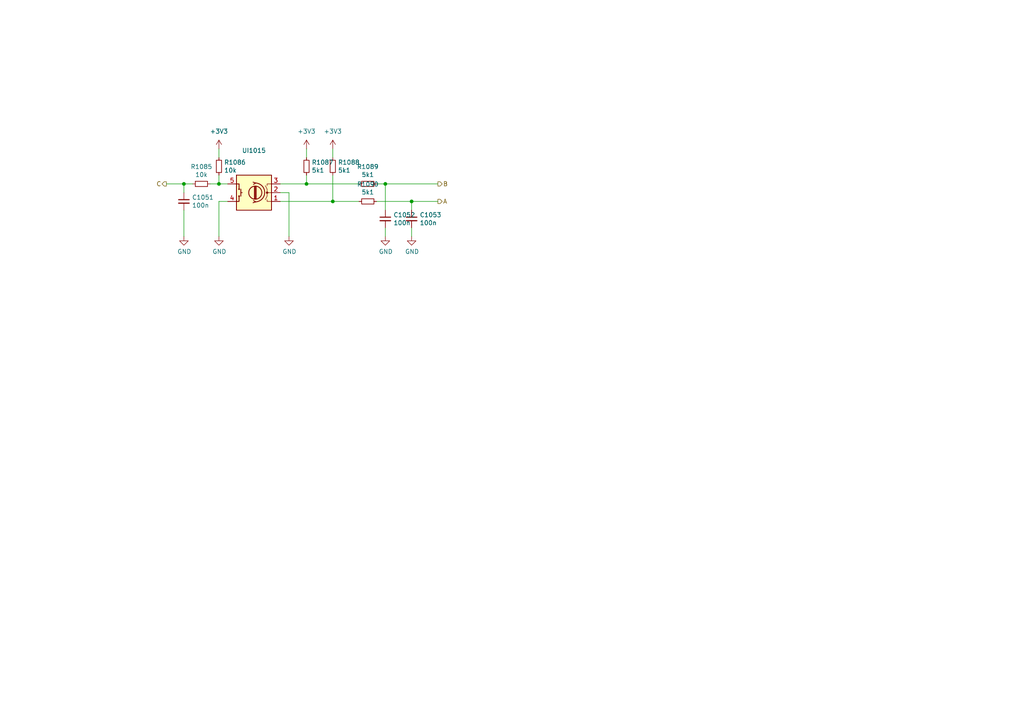
<source format=kicad_sch>
(kicad_sch (version 20231120) (generator "eeschema") (generator_version "8.0")
  (paper "A4")
  (lib_symbols
    (symbol "power:+3V3" (power) (pin_names (offset 0))
      (property "Value" "+3V3" (at 0 3.556 0))
      (symbol "+3V3_0_1"
        (polyline (pts (xy -0.762 1.27) (xy 0 2.54)))
        (polyline (pts (xy 0 0) (xy 0 2.54)))
        (polyline (pts (xy 0 2.54) (xy 0.762 1.27)))
      )
      (symbol "+3V3_1_1"
        (pin power_in line (at 0 0 90) (length 0) hide (name "+3V3") (number "1"))
      )
    )
    (symbol "power:GND" (power) (pin_names (offset 0))
      (property "Value" "GND" (at 0 -3.81 0))
      (symbol "GND_0_1"
        (polyline (pts (xy 0 0) (xy 0 -1.27) (xy 1.27 -1.27) (xy 0 -2.54) (xy -1.27 -1.27) (xy 0 -1.27)))
      )
      (symbol "GND_1_1"
        (pin power_in line (at 0 0 270) (length 0) hide (name "GND") (number "1"))
      )
    )
    (symbol "suku_basics:CAP" (pin_numbers hide) (pin_names (offset 0.254) hide)
      (property "Reference" "C" (at 0.254 1.778 0))
      (property "Value" "CAP" (at 0.254 -2.032 0))
      (symbol "CAP_0_1"
        (polyline (pts (xy -1.524 -0.508) (xy 1.524 -0.508)) (stroke (width 0.3302)))
        (polyline (pts (xy -1.524 0.508) (xy 1.524 0.508)) (stroke (width 0.3048)))
      )
      (symbol "CAP_1_1"
        (pin passive line (at 0 2.54 270) (length 2.032) (name "~") (number "1"))
        (pin passive line (at 0 -2.54 90) (length 2.032) (name "~") (number "2"))
      )
    )
    (symbol "suku_basics:RES" (pin_numbers hide) (pin_names (offset 0.254) hide)
      (property "Reference" "R" (at 0.762 0.508 0))
      (property "Value" "RES" (at 0.762 -1.016 0))
      (symbol "RES_1_1"
        (rectangle (start -0.762 1.778) (end 0.762 -1.778) (stroke (width 0.2032)))
        (pin passive line (at 0 2.54 270) (length 0.762) (name "~") (number "1"))
        (pin passive line (at 0 -2.54 90) (length 0.762) (name "~") (number "2"))
      )
    )
    (symbol "suku_basics:UI_Rotary_Encoder_Switch" (pin_names (offset 0.254) hide)
      (property "Reference" "UI" (at 0 6.604 0))
      (property "Value" "UI_Rotary_Encoder_Switch" (at 0 -6.604 0))
      (symbol "UI_Rotary_Encoder_Switch_0_1"
        (rectangle (start -5.08 5.08) (end 5.08 -5.08) (stroke (width 0.254)) (fill (type background)))
        (circle (center -3.81 0) (radius 0.254) (fill (type outline)))
        (circle (center -0.381 0) (radius 1.905) (stroke (width 0.254)))
        (arc (start -0.381 2.667) (mid -3.0988 -0.0635) (end -0.381 -2.794) (stroke (width 0.254)))
        (polyline (pts (xy -0.635 -1.778) (xy -0.635 1.778)) (stroke (width 0.254)))
        (polyline (pts (xy -0.381 -1.778) (xy -0.381 1.778)) (stroke (width 0.254)))
        (polyline (pts (xy -0.127 1.778) (xy -0.127 -1.778)) (stroke (width 0.254)))
        (polyline (pts (xy 3.81 0) (xy 3.429 0)) (stroke (width 0.254)))
        (polyline (pts (xy 3.81 1.016) (xy 3.81 -1.016)) (stroke (width 0.254)))
        (polyline (pts (xy -5.08 -2.54) (xy -3.81 -2.54) (xy -3.81 -2.032)))
        (polyline (pts (xy -5.08 2.54) (xy -3.81 2.54) (xy -3.81 2.032)))
        (polyline (pts (xy 0.254 -3.048) (xy -0.508 -2.794) (xy 0.127 -2.413)) (stroke (width 0.254)))
        (polyline (pts (xy 0.254 2.921) (xy -0.508 2.667) (xy 0.127 2.286)) (stroke (width 0.254)))
        (polyline (pts (xy 5.08 -2.54) (xy 4.318 -2.54) (xy 4.318 -1.016)) (stroke (width 0.254)))
        (polyline (pts (xy 5.08 2.54) (xy 4.318 2.54) (xy 4.318 1.016)) (stroke (width 0.254)))
        (polyline (pts (xy -5.08 0) (xy -3.81 0) (xy -3.81 -1.016) (xy -3.302 -2.032)))
        (polyline (pts (xy -4.318 0) (xy -3.81 0) (xy -3.81 1.016) (xy -3.302 2.032)))
        (circle (center 4.318 -1.016) (radius 0.127) (stroke (width 0.254)))
        (circle (center 4.318 1.016) (radius 0.127) (stroke (width 0.254)))
      )
      (symbol "UI_Rotary_Encoder_Switch_1_1"
        (pin passive line (at -7.62 2.54 0) (length 2.54) (name "1") (number "1"))
        (pin passive line (at -7.62 0 0) (length 2.54) (name "2") (number "2"))
        (pin passive line (at -7.62 -2.54 0) (length 2.54) (name "3") (number "3"))
        (pin passive line (at 7.62 2.54 180) (length 2.54) (name "4") (number "4"))
        (pin passive line (at 7.62 -2.54 180) (length 2.54) (name "5") (number "5"))
        (pin no_connect line (at 0 -7.62 90) (length 2.54) hide (name "6") (number "6"))
        (pin no_connect line (at 0 7.62 270) (length 2.54) hide (name "7") (number "7"))
      )
    )
  )
  (junction (at 63.5 53.34))
  (junction (at 96.52 58.42))
  (junction (at 53.34 53.34))
  (junction (at 88.9 53.34))
  (junction (at 119.38 58.42))
  (junction (at 111.76 53.34))
  (wire (pts (xy 96.52 43.18) (xy 96.52 45.72)))
  (wire (pts (xy 63.5 58.42) (xy 66.04 58.42)))
  (wire (pts (xy 111.76 53.34) (xy 109.22 53.34)))
  (wire (pts (xy 63.5 68.58) (xy 63.5 58.42)))
  (wire (pts (xy 119.38 58.42) (xy 127 58.42)))
  (wire (pts (xy 111.76 68.58) (xy 111.76 66.04)))
  (wire (pts (xy 81.28 58.42) (xy 96.52 58.42)))
  (wire (pts (xy 53.34 53.34) (xy 55.88 53.34)))
  (wire (pts (xy 119.38 60.96) (xy 119.38 58.42)))
  (wire (pts (xy 111.76 60.96) (xy 111.76 53.34)))
  (wire (pts (xy 83.82 55.88) (xy 81.28 55.88)))
  (wire (pts (xy 53.34 68.58) (xy 53.34 60.96)))
  (wire (pts (xy 119.38 58.42) (xy 109.22 58.42)))
  (wire (pts (xy 88.9 50.8) (xy 88.9 53.34)))
  (wire (pts (xy 96.52 50.8) (xy 96.52 58.42)))
  (wire (pts (xy 88.9 53.34) (xy 104.14 53.34)))
  (wire (pts (xy 88.9 43.18) (xy 88.9 45.72)))
  (wire (pts (xy 81.28 53.34) (xy 88.9 53.34)))
  (wire (pts (xy 63.5 53.34) (xy 66.04 53.34)))
  (wire (pts (xy 111.76 53.34) (xy 127 53.34)))
  (wire (pts (xy 83.82 68.58) (xy 83.82 55.88)))
  (wire (pts (xy 96.52 58.42) (xy 104.14 58.42)))
  (wire (pts (xy 119.38 68.58) (xy 119.38 66.04)))
  (wire (pts (xy 60.96 53.34) (xy 63.5 53.34)))
  (wire (pts (xy 53.34 55.88) (xy 53.34 53.34)))
  (wire (pts (xy 48.26 53.34) (xy 53.34 53.34)))
  (wire (pts (xy 63.5 43.18) (xy 63.5 45.72)))
  (wire (pts (xy 63.5 50.8) (xy 63.5 53.34)))
  (hierarchical_label "A" (shape output) (at 127 58.42 0))
  (hierarchical_label "C" (shape output) (at 48.26 53.34 180))
  (hierarchical_label "B" (shape output) (at 127 53.34 0))
  (symbol (lib_id "power:GND") (at 83.82 68.58 0) (unit 1)
    (property "Reference" "#PWR01156" (effects (hide yes)))
    (property "Value" "GND" (at 83.947 72.9742 0))
    (instances (project "PCBA-EN16" (path "" (reference "#PWR01156") (unit 1)) (path "" (reference "#PWR01020") (unit 1)) (path "" (reference "#PWR01044") (unit 1)) (path "" (reference "#PWR01108") (unit 1)) (path "" (reference "#PWR01004") (unit 1)) (path "" (reference "#PWR01164") (unit 1)) (path "" (reference "#PWR01132") (unit 1)) (path "" (reference "#PWR01012") (unit 1)) (path "" (reference "#PWR01028") (unit 1)) (path "" (reference "#PWR01124") (unit 1)) (path "" (reference "#PWR01116") (unit 1)) (path "" (reference "#PWR01140") (unit 1)) (path "" (reference "#PWR01036") (unit 1)) (path "" (reference "#PWR01100") (unit 1)) (path "" (reference "#PWR01148") (unit 1)) (path "" (reference "#PWR01092") (unit 1))))
  )
  (symbol (lib_id "suku_basics:RES") (at 106.68 53.34 270) (unit 1)
    (property "Reference" "R1089" (at 106.68 48.3616 90))
    (property "Value" "5k1" (at 106.68 50.673 90))
    (property "Footprint" "suku_basics:RES_0402" (effects (hide yes)))
    (instances (project "PCBA-EN16" (path "" (reference "R1089") (unit 1)) (path "" (reference "R1017") (unit 1)) (path "" (reference "R1035") (unit 1)) (path "" (reference "R1053") (unit 1)) (path "" (reference "R1005") (unit 1)) (path "" (reference "R1095") (unit 1)) (path "" (reference "R1071") (unit 1)) (path "" (reference "R1011") (unit 1)) (path "" (reference "R1023") (unit 1)) (path "" (reference "R1065") (unit 1)) (path "" (reference "R1059") (unit 1)) (path "" (reference "R1077") (unit 1)) (path "" (reference "R1029") (unit 1)) (path "" (reference "R1047") (unit 1)) (path "" (reference "R1083") (unit 1)) (path "" (reference "R1041") (unit 1))))
  )
  (symbol (lib_id "suku_basics:RES") (at 88.9 48.26 0) (unit 1)
    (property "Reference" "R1087" (at 90.3986 47.0916 0) (effects (justify left)))
    (property "Value" "5k1" (at 90.3986 49.403 0) (effects (justify left)))
    (property "Footprint" "suku_basics:RES_0402" (effects (hide yes)))
    (instances (project "PCBA-EN16" (path "" (reference "R1087") (unit 1)) (path "" (reference "R1015") (unit 1)) (path "" (reference "R1033") (unit 1)) (path "" (reference "R1051") (unit 1)) (path "" (reference "R1003") (unit 1)) (path "" (reference "R1093") (unit 1)) (path "" (reference "R1069") (unit 1)) (path "" (reference "R1009") (unit 1)) (path "" (reference "R1021") (unit 1)) (path "" (reference "R1063") (unit 1)) (path "" (reference "R1057") (unit 1)) (path "" (reference "R1075") (unit 1)) (path "" (reference "R1027") (unit 1)) (path "" (reference "R1045") (unit 1)) (path "" (reference "R1081") (unit 1)) (path "" (reference "R1039") (unit 1))))
  )
  (symbol (lib_id "suku_basics:UI_Rotary_Encoder_Switch") (at 73.66 55.88 180) (unit 1)
    (property "Reference" "UI1015" (at 73.66 43.6626 0))
    (property "Value" "ED1115S-20P-20C-13.5F/LAL/N=5/F=7" (effects (hide yes)))
    (property "Footprint" "suku_basics:UI_ENCODER_SONGHUEI" (effects (hide yes)))
    (instances (project "PCBA-EN16" (path "" (reference "UI1015") (unit 1)) (path "" (reference "UI1003") (unit 1)) (path "" (reference "UI1006") (unit 1)) (path "" (reference "UI1009") (unit 1)) (path "" (reference "UI1001") (unit 1)) (path "" (reference "UI1016") (unit 1)) (path "" (reference "UI1012") (unit 1)) (path "" (reference "UI1002") (unit 1)) (path "" (reference "UI1004") (unit 1)) (path "" (reference "UI1011") (unit 1)) (path "" (reference "UI1010") (unit 1)) (path "" (reference "UI1013") (unit 1)) (path "" (reference "UI1005") (unit 1)) (path "" (reference "UI1008") (unit 1)) (path "" (reference "UI1014") (unit 1)) (path "" (reference "UI1007") (unit 1))))
  )
  (symbol (lib_id "suku_basics:CAP") (at 111.76 63.5 0) (unit 1)
    (property "Reference" "C1052" (at 114.0968 62.3316 0) (effects (justify left)))
    (property "Value" "100n" (at 114.0968 64.643 0) (effects (justify left)))
    (property "Footprint" "suku_basics:CAP_0402" (effects (hide yes)))
    (instances (project "PCBA-EN16" (path "" (reference "C1052") (unit 1)) (path "" (reference "C1008") (unit 1)) (path "" (reference "C1017") (unit 1)) (path "" (reference "C1034") (unit 1)) (path "" (reference "C1002") (unit 1)) (path "" (reference "C1055") (unit 1)) (path "" (reference "C1043") (unit 1)) (path "" (reference "C1005") (unit 1)) (path "" (reference "C1011") (unit 1)) (path "" (reference "C1040") (unit 1)) (path "" (reference "C1037") (unit 1)) (path "" (reference "C1046") (unit 1)) (path "" (reference "C1014") (unit 1)) (path "" (reference "C1031") (unit 1)) (path "" (reference "C1049") (unit 1)) (path "" (reference "C1028") (unit 1))))
  )
  (symbol (lib_id "power:GND") (at 111.76 68.58 0) (unit 1)
    (property "Reference" "#PWR01159" (effects (hide yes)))
    (property "Value" "GND" (at 111.887 72.9742 0))
    (instances (project "PCBA-EN16" (path "" (reference "#PWR01159") (unit 1)) (path "" (reference "#PWR01023") (unit 1)) (path "" (reference "#PWR01047") (unit 1)) (path "" (reference "#PWR01111") (unit 1)) (path "" (reference "#PWR01007") (unit 1)) (path "" (reference "#PWR01167") (unit 1)) (path "" (reference "#PWR01135") (unit 1)) (path "" (reference "#PWR01015") (unit 1)) (path "" (reference "#PWR01031") (unit 1)) (path "" (reference "#PWR01127") (unit 1)) (path "" (reference "#PWR01119") (unit 1)) (path "" (reference "#PWR01143") (unit 1)) (path "" (reference "#PWR01039") (unit 1)) (path "" (reference "#PWR01103") (unit 1)) (path "" (reference "#PWR01151") (unit 1)) (path "" (reference "#PWR01095") (unit 1))))
  )
  (symbol (lib_id "suku_basics:RES") (at 96.52 48.26 0) (unit 1)
    (property "Reference" "R1088" (at 98.0186 47.0916 0) (effects (justify left)))
    (property "Value" "5k1" (at 98.0186 49.403 0) (effects (justify left)))
    (property "Footprint" "suku_basics:RES_0402" (effects (hide yes)))
    (instances (project "PCBA-EN16" (path "" (reference "R1088") (unit 1)) (path "" (reference "R1016") (unit 1)) (path "" (reference "R1034") (unit 1)) (path "" (reference "R1052") (unit 1)) (path "" (reference "R1004") (unit 1)) (path "" (reference "R1094") (unit 1)) (path "" (reference "R1070") (unit 1)) (path "" (reference "R1010") (unit 1)) (path "" (reference "R1022") (unit 1)) (path "" (reference "R1064") (unit 1)) (path "" (reference "R1058") (unit 1)) (path "" (reference "R1076") (unit 1)) (path "" (reference "R1028") (unit 1)) (path "" (reference "R1046") (unit 1)) (path "" (reference "R1082") (unit 1)) (path "" (reference "R1040") (unit 1))))
  )
  (symbol (lib_id "suku_basics:CAP") (at 119.38 63.5 0) (unit 1)
    (property "Reference" "C1053" (at 121.7168 62.3316 0) (effects (justify left)))
    (property "Value" "100n" (at 121.7168 64.643 0) (effects (justify left)))
    (property "Footprint" "suku_basics:CAP_0402" (effects (hide yes)))
    (instances (project "PCBA-EN16" (path "" (reference "C1053") (unit 1)) (path "" (reference "C1009") (unit 1)) (path "" (reference "C1018") (unit 1)) (path "" (reference "C1035") (unit 1)) (path "" (reference "C1003") (unit 1)) (path "" (reference "C1056") (unit 1)) (path "" (reference "C1044") (unit 1)) (path "" (reference "C1006") (unit 1)) (path "" (reference "C1012") (unit 1)) (path "" (reference "C1041") (unit 1)) (path "" (reference "C1038") (unit 1)) (path "" (reference "C1047") (unit 1)) (path "" (reference "C1015") (unit 1)) (path "" (reference "C1032") (unit 1)) (path "" (reference "C1050") (unit 1)) (path "" (reference "C1029") (unit 1))))
  )
  (symbol (lib_id "power:GND") (at 119.38 68.58 0) (unit 1)
    (property "Reference" "#PWR01160" (effects (hide yes)))
    (property "Value" "GND" (at 119.507 72.9742 0))
    (instances (project "PCBA-EN16" (path "" (reference "#PWR01160") (unit 1)) (path "" (reference "#PWR01024") (unit 1)) (path "" (reference "#PWR01048") (unit 1)) (path "" (reference "#PWR01112") (unit 1)) (path "" (reference "#PWR01008") (unit 1)) (path "" (reference "#PWR01168") (unit 1)) (path "" (reference "#PWR01136") (unit 1)) (path "" (reference "#PWR01016") (unit 1)) (path "" (reference "#PWR01032") (unit 1)) (path "" (reference "#PWR01128") (unit 1)) (path "" (reference "#PWR01120") (unit 1)) (path "" (reference "#PWR01144") (unit 1)) (path "" (reference "#PWR01040") (unit 1)) (path "" (reference "#PWR01104") (unit 1)) (path "" (reference "#PWR01152") (unit 1)) (path "" (reference "#PWR01096") (unit 1))))
  )
  (symbol (lib_id "suku_basics:RES") (at 106.68 58.42 270) (unit 1)
    (property "Reference" "R1090" (at 106.68 53.4416 90))
    (property "Value" "5k1" (at 106.68 55.753 90))
    (property "Footprint" "suku_basics:RES_0402" (effects (hide yes)))
    (instances (project "PCBA-EN16" (path "" (reference "R1090") (unit 1)) (path "" (reference "R1018") (unit 1)) (path "" (reference "R1036") (unit 1)) (path "" (reference "R1054") (unit 1)) (path "" (reference "R1006") (unit 1)) (path "" (reference "R1096") (unit 1)) (path "" (reference "R1072") (unit 1)) (path "" (reference "R1012") (unit 1)) (path "" (reference "R1024") (unit 1)) (path "" (reference "R1066") (unit 1)) (path "" (reference "R1060") (unit 1)) (path "" (reference "R1078") (unit 1)) (path "" (reference "R1030") (unit 1)) (path "" (reference "R1048") (unit 1)) (path "" (reference "R1084") (unit 1)) (path "" (reference "R1042") (unit 1))))
  )
  (symbol (lib_id "power:GND") (at 63.5 68.58 0) (unit 1)
    (property "Reference" "#PWR01155" (effects (hide yes)))
    (property "Value" "GND" (at 63.627 72.9742 0))
    (instances (project "PCBA-EN16" (path "" (reference "#PWR01155") (unit 1)) (path "" (reference "#PWR01019") (unit 1)) (path "" (reference "#PWR01043") (unit 1)) (path "" (reference "#PWR01107") (unit 1)) (path "" (reference "#PWR01003") (unit 1)) (path "" (reference "#PWR01163") (unit 1)) (path "" (reference "#PWR01131") (unit 1)) (path "" (reference "#PWR01011") (unit 1)) (path "" (reference "#PWR01027") (unit 1)) (path "" (reference "#PWR01123") (unit 1)) (path "" (reference "#PWR01115") (unit 1)) (path "" (reference "#PWR01139") (unit 1)) (path "" (reference "#PWR01035") (unit 1)) (path "" (reference "#PWR01099") (unit 1)) (path "" (reference "#PWR01147") (unit 1)) (path "" (reference "#PWR01091") (unit 1))))
  )
  (symbol (lib_id "suku_basics:RES") (at 63.5 48.26 0) (unit 1)
    (property "Reference" "R1086" (at 64.9986 47.0916 0) (effects (justify left)))
    (property "Value" "10k" (at 64.9986 49.403 0) (effects (justify left)))
    (property "Footprint" "suku_basics:RES_0402" (effects (hide yes)))
    (instances (project "PCBA-EN16" (path "" (reference "R1086") (unit 1)) (path "" (reference "R1014") (unit 1)) (path "" (reference "R1032") (unit 1)) (path "" (reference "R1050") (unit 1)) (path "" (reference "R1002") (unit 1)) (path "" (reference "R1092") (unit 1)) (path "" (reference "R1068") (unit 1)) (path "" (reference "R1008") (unit 1)) (path "" (reference "R1020") (unit 1)) (path "" (reference "R1062") (unit 1)) (path "" (reference "R1056") (unit 1)) (path "" (reference "R1074") (unit 1)) (path "" (reference "R1026") (unit 1)) (path "" (reference "R1044") (unit 1)) (path "" (reference "R1080") (unit 1)) (path "" (reference "R1038") (unit 1))))
  )
  (symbol (lib_id "suku_basics:RES") (at 58.42 53.34 270) (unit 1)
    (property "Reference" "R1085" (at 58.42 48.3616 90))
    (property "Value" "10k" (at 58.42 50.673 90))
    (property "Footprint" "suku_basics:RES_0402" (effects (hide yes)))
    (instances (project "PCBA-EN16" (path "" (reference "R1085") (unit 1)) (path "" (reference "R1013") (unit 1)) (path "" (reference "R1031") (unit 1)) (path "" (reference "R1049") (unit 1)) (path "" (reference "R1001") (unit 1)) (path "" (reference "R1091") (unit 1)) (path "" (reference "R1067") (unit 1)) (path "" (reference "R1007") (unit 1)) (path "" (reference "R1019") (unit 1)) (path "" (reference "R1061") (unit 1)) (path "" (reference "R1055") (unit 1)) (path "" (reference "R1073") (unit 1)) (path "" (reference "R1025") (unit 1)) (path "" (reference "R1043") (unit 1)) (path "" (reference "R1079") (unit 1)) (path "" (reference "R1037") (unit 1))))
  )
  (symbol (lib_id "suku_basics:CAP") (at 53.34 58.42 0) (unit 1)
    (property "Reference" "C1051" (at 55.6768 57.2516 0) (effects (justify left)))
    (property "Value" "100n" (at 55.6768 59.563 0) (effects (justify left)))
    (property "Footprint" "suku_basics:CAP_0402" (effects (hide yes)))
    (instances (project "PCBA-EN16" (path "" (reference "C1051") (unit 1)) (path "" (reference "C1007") (unit 1)) (path "" (reference "C1016") (unit 1)) (path "" (reference "C1033") (unit 1)) (path "" (reference "C1001") (unit 1)) (path "" (reference "C1054") (unit 1)) (path "" (reference "C1042") (unit 1)) (path "" (reference "C1004") (unit 1)) (path "" (reference "C1010") (unit 1)) (path "" (reference "C1039") (unit 1)) (path "" (reference "C1036") (unit 1)) (path "" (reference "C1045") (unit 1)) (path "" (reference "C1013") (unit 1)) (path "" (reference "C1030") (unit 1)) (path "" (reference "C1048") (unit 1)) (path "" (reference "C1027") (unit 1))))
  )
  (symbol (lib_id "power:GND") (at 53.34 68.58 0) (unit 1)
    (property "Reference" "#PWR01153" (effects (hide yes)))
    (property "Value" "GND" (at 53.467 72.9742 0))
    (instances (project "PCBA-EN16" (path "" (reference "#PWR01153") (unit 1)) (path "" (reference "#PWR01017") (unit 1)) (path "" (reference "#PWR01041") (unit 1)) (path "" (reference "#PWR0102") (unit 1)) (path "" (reference "#PWR01001") (unit 1)) (path "" (reference "#PWR01161") (unit 1)) (path "" (reference "#PWR01129") (unit 1)) (path "" (reference "#PWR01009") (unit 1)) (path "" (reference "#PWR01025") (unit 1)) (path "" (reference "#PWR01121") (unit 1)) (path "" (reference "#PWR01113") (unit 1)) (path "" (reference "#PWR01137") (unit 1)) (path "" (reference "#PWR01033") (unit 1)) (path "" (reference "#PWR01097") (unit 1)) (path "" (reference "#PWR01145") (unit 1)) (path "" (reference "#PWR01089") (unit 1))))
  )
  (symbol (lib_id "power:+3V3") (at 96.52 43.18 0) (unit 1)
    (property "Reference" "#PWR01165" (effects (hide yes)))
    (property "Value" "+3V3" (at 96.52 38.1 0))
    (instances (project "PCBA-EN16" (path "" (reference "#PWR01165") (unit 1)) (path "" (reference "#PWR01133") (unit 1)) (path "" (reference "#PWR01141") (unit 1)) (path "" (reference "#PWR01149") (unit 1)) (path "" (reference "#PWR01126") (unit 1)) (path "" (reference "#PWR01166") (unit 1)) (path "" (reference "#PWR01157") (unit 1)) (path "" (reference "#PWR01130") (unit 1)) (path "" (reference "#PWR01134") (unit 1)) (path "" (reference "#PWR01154") (unit 1)) (path "" (reference "#PWR01150") (unit 1)) (path "" (reference "#PWR01158") (unit 1)) (path "" (reference "#PWR01138") (unit 1)) (path "" (reference "#PWR01146") (unit 1)) (path "" (reference "#PWR01162") (unit 1)) (path "" (reference "#PWR01142") (unit 1))))
  )
  (symbol (lib_id "power:+3V3") (at 63.5 43.18 0) (unit 1)
    (property "Reference" "#PWR01038" (effects (hide yes)))
    (property "Value" "+3V3" (at 63.5 38.1 0))
    (instances (project "PCBA-EN16" (path "" (reference "#PWR01038") (unit 1)) (path "" (reference "#PWR01006") (unit 1)) (path "" (reference "#PWR01014") (unit 1)) (path "" (reference "#PWR01022") (unit 1)) (path "" (reference "#PWR01002") (unit 1)) (path "" (reference "#PWR01042") (unit 1)) (path "" (reference "#PWR01030") (unit 1)) (path "" (reference "#PWR01005") (unit 1)) (path "" (reference "#PWR01010") (unit 1)) (path "" (reference "#PWR01029") (unit 1)) (path "" (reference "#PWR01026") (unit 1)) (path "" (reference "#PWR01034") (unit 1)) (path "" (reference "#PWR01013") (unit 1)) (path "" (reference "#PWR01021") (unit 1)) (path "" (reference "#PWR01037") (unit 1)) (path "" (reference "#PWR01018") (unit 1))))
  )
  (symbol (lib_id "power:+3V3") (at 88.9 43.18 0) (unit 1)
    (property "Reference" "#PWR01122" (effects (hide yes)))
    (property "Value" "+3V3" (at 88.9 38.1 0))
    (instances (project "PCBA-EN16" (path "" (reference "#PWR01122") (unit 1)) (path "" (reference "#PWR01090") (unit 1)) (path "" (reference "#PWR01098") (unit 1)) (path "" (reference "#PWR01106") (unit 1)) (path "" (reference "#PWR01045") (unit 1)) (path "" (reference "#PWR01125") (unit 1)) (path "" (reference "#PWR01114") (unit 1)) (path "" (reference "#PWR01046") (unit 1)) (path "" (reference "#PWR01093") (unit 1)) (path "" (reference "#PWR01110") (unit 1)) (path "" (reference "#PWR01109") (unit 1)) (path "" (reference "#PWR01117") (unit 1)) (path "" (reference "#PWR01094") (unit 1)) (path "" (reference "#PWR01102") (unit 1)) (path "" (reference "#PWR01118") (unit 1)) (path "" (reference "#PWR01101") (unit 1))))
  )
)
</source>
